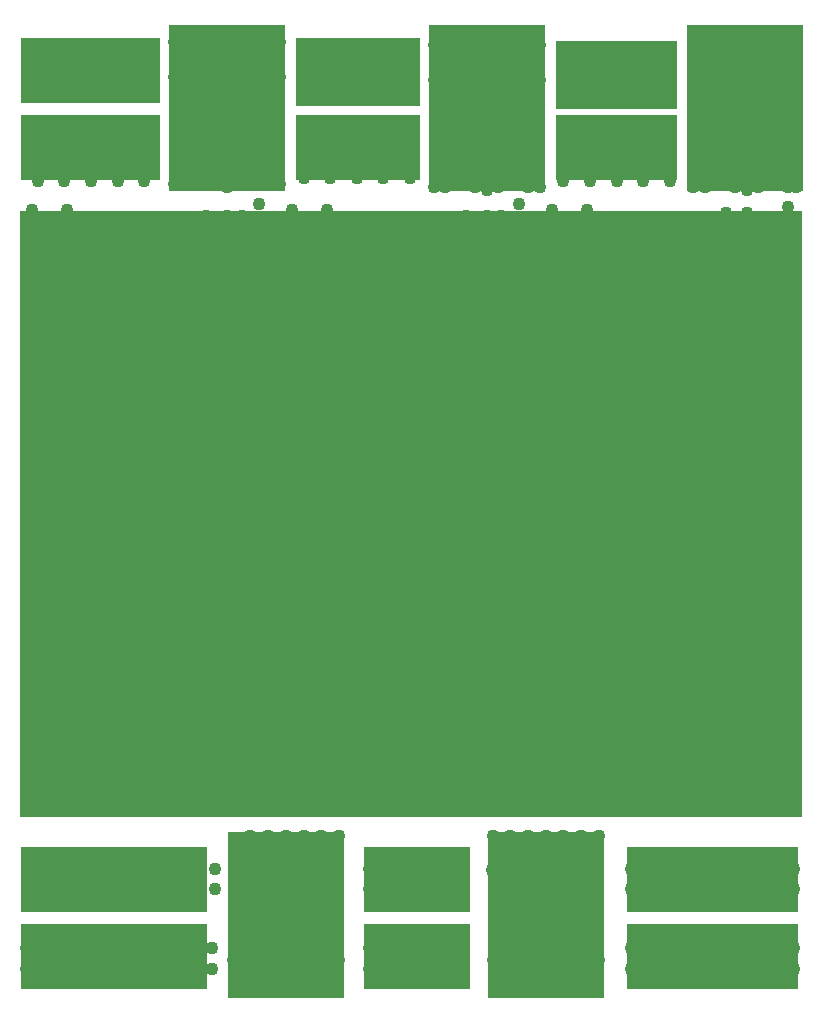
<source format=gbs>
G04*
G04 #@! TF.GenerationSoftware,Altium Limited,Altium Designer,18.0.12 (696)*
G04*
G04 Layer_Color=16711935*
%FSLAX25Y25*%
%MOIN*%
G70*
G01*
G75*
%ADD24R,0.06706X0.06706*%
%ADD25C,0.06706*%
%ADD26R,0.38800X0.55800*%
%ADD27C,0.00800*%
%ADD28C,0.04300*%
%ADD82R,2.60630X2.02362*%
G36*
X635236Y128347D02*
X578150D01*
Y150000D01*
X635236D01*
Y128347D01*
D02*
G37*
G36*
X525984D02*
X490551D01*
Y150000D01*
X525984D01*
Y128347D01*
D02*
G37*
G36*
X438386D02*
X376378D01*
Y150000D01*
X438386D01*
Y128347D01*
D02*
G37*
G36*
X635236Y102756D02*
X578150D01*
Y124409D01*
X635236D01*
Y102756D01*
D02*
G37*
G36*
X525984D02*
X490551D01*
Y124409D01*
X525984D01*
Y102756D01*
D02*
G37*
G36*
X438386D02*
X376378D01*
Y124409D01*
X438386D01*
Y102756D01*
D02*
G37*
G36*
X422638Y398031D02*
X376378D01*
X376378Y419685D01*
X422638D01*
X422638Y398031D01*
D02*
G37*
G36*
X509252Y397047D02*
X467913Y397047D01*
X467913Y419685D01*
X509252Y419685D01*
X509252Y397047D01*
D02*
G37*
G36*
X594882Y396063D02*
X554528Y396063D01*
X554528Y418701D01*
X594882Y418701D01*
X594882Y396063D01*
D02*
G37*
G36*
Y372441D02*
X554528D01*
Y394094D01*
X594882D01*
Y372441D01*
D02*
G37*
G36*
X509252D02*
X467913D01*
Y394094D01*
X509252D01*
Y372441D01*
D02*
G37*
G36*
X422638D02*
X376378D01*
Y394094D01*
X422638D01*
Y372441D01*
D02*
G37*
D24*
X551181Y165748D02*
D03*
D25*
X561181D02*
D03*
X488189Y405512D02*
D03*
Y385827D02*
D03*
X399606Y405512D02*
D03*
Y385827D02*
D03*
X614173Y135827D02*
D03*
Y116142D02*
D03*
X507874Y135827D02*
D03*
Y116142D02*
D03*
X574803Y405512D02*
D03*
Y385827D02*
D03*
X399606Y135827D02*
D03*
Y116142D02*
D03*
D26*
X464567Y127327D02*
D03*
X551181D02*
D03*
X531496Y396295D02*
D03*
X617717D02*
D03*
X444882D02*
D03*
D27*
X555118Y200787D02*
D03*
Y291339D02*
D03*
X468504D02*
D03*
Y200787D02*
D03*
D28*
X634646Y370079D02*
D03*
Y417323D02*
D03*
Y405905D02*
D03*
X603346Y403543D02*
D03*
X609252D02*
D03*
X632874D02*
D03*
X626968D02*
D03*
X453740Y404528D02*
D03*
X430118D02*
D03*
X436024D02*
D03*
X459646D02*
D03*
X447835D02*
D03*
X441929D02*
D03*
X540354Y403543D02*
D03*
X522638D02*
D03*
X516732D02*
D03*
X546260Y395669D02*
D03*
Y403543D02*
D03*
X528543Y404528D02*
D03*
X534449Y403543D02*
D03*
X621063D02*
D03*
X615158Y404528D02*
D03*
X634842Y387795D02*
D03*
X631890D02*
D03*
X618110Y369094D02*
D03*
X531496D02*
D03*
X444882Y370079D02*
D03*
X458661Y371063D02*
D03*
X431102D02*
D03*
X440945D02*
D03*
X448819D02*
D03*
X517717Y370079D02*
D03*
X545276D02*
D03*
X527559D02*
D03*
X535433D02*
D03*
X604331D02*
D03*
X631890D02*
D03*
X614173D02*
D03*
X622047D02*
D03*
X602362Y393701D02*
D03*
X600394Y390748D02*
D03*
X602362Y379921D02*
D03*
X600394Y386811D02*
D03*
Y382874D02*
D03*
X604331Y390748D02*
D03*
Y382874D02*
D03*
Y386811D02*
D03*
X632874Y394685D02*
D03*
Y380906D02*
D03*
X634842Y391732D02*
D03*
X630905D02*
D03*
X634842Y383858D02*
D03*
X630905D02*
D03*
X516732Y380906D02*
D03*
Y394685D02*
D03*
X546260Y381890D02*
D03*
X548495Y384569D02*
D03*
X548228Y388779D02*
D03*
Y392717D02*
D03*
X544291D02*
D03*
Y384842D02*
D03*
Y388779D02*
D03*
X514764Y391732D02*
D03*
Y383858D02*
D03*
Y387795D02*
D03*
X518701Y383858D02*
D03*
Y391732D02*
D03*
Y387795D02*
D03*
X459646Y395669D02*
D03*
Y381890D02*
D03*
X430118Y395669D02*
D03*
Y381890D02*
D03*
X428150Y384842D02*
D03*
Y388779D02*
D03*
Y392717D02*
D03*
X432087D02*
D03*
Y384842D02*
D03*
Y388779D02*
D03*
X457677Y392717D02*
D03*
X461614D02*
D03*
X457677Y388779D02*
D03*
X461614D02*
D03*
Y384842D02*
D03*
X457677D02*
D03*
X533400Y142300D02*
D03*
X534800Y135400D02*
D03*
X536700Y143600D02*
D03*
X535400Y139400D02*
D03*
X567500Y136400D02*
D03*
X568600Y143300D02*
D03*
X565000Y144100D02*
D03*
X566700Y140200D02*
D03*
X543100Y146100D02*
D03*
X558700Y146400D02*
D03*
X561400Y144100D02*
D03*
X563100Y141000D02*
D03*
X564000Y137500D02*
D03*
X564100Y134200D02*
D03*
X563100Y130700D02*
D03*
X561200Y127500D02*
D03*
X559000Y125100D02*
D03*
X555900Y123400D02*
D03*
X552200Y122900D02*
D03*
X548500D02*
D03*
X545400Y124100D02*
D03*
X542800Y125700D02*
D03*
X540600Y127900D02*
D03*
X538900Y130900D02*
D03*
X540400Y143800D02*
D03*
X538800Y140500D02*
D03*
X538100Y137000D02*
D03*
X448900Y138000D02*
D03*
X449800Y142000D02*
D03*
X479100Y142800D02*
D03*
X480500Y138600D02*
D03*
X480100Y134300D02*
D03*
X475500Y143100D02*
D03*
X477000Y140000D02*
D03*
X477600Y136400D02*
D03*
X448300Y133900D02*
D03*
X453300Y142200D02*
D03*
X452000Y138900D02*
D03*
X455400Y126400D02*
D03*
X453100Y129400D02*
D03*
X464400Y122400D02*
D03*
X460900Y123100D02*
D03*
X458000Y124400D02*
D03*
X451500Y132300D02*
D03*
Y135700D02*
D03*
X476000Y129500D02*
D03*
X473600Y126500D02*
D03*
X470600Y124300D02*
D03*
X467600Y123000D02*
D03*
X477300Y132600D02*
D03*
X538000Y133800D02*
D03*
X558071Y225394D02*
D03*
Y230315D02*
D03*
Y235236D02*
D03*
X471457Y225394D02*
D03*
Y230315D02*
D03*
Y235236D02*
D03*
X384842Y225394D02*
D03*
Y230315D02*
D03*
Y235236D02*
D03*
X524606Y337598D02*
D03*
X531496D02*
D03*
Y344488D02*
D03*
X524606D02*
D03*
X531496Y352362D02*
D03*
Y360236D02*
D03*
X517717Y337598D02*
D03*
X524606Y352362D02*
D03*
Y360236D02*
D03*
X437992Y337598D02*
D03*
X444882D02*
D03*
Y344488D02*
D03*
X437992D02*
D03*
X444882Y352362D02*
D03*
Y360236D02*
D03*
X431102Y337598D02*
D03*
X437992Y352362D02*
D03*
Y360236D02*
D03*
X611221Y361221D02*
D03*
Y353346D02*
D03*
X604331Y338583D02*
D03*
X618110Y361221D02*
D03*
Y353346D02*
D03*
X611221Y345472D02*
D03*
X618110D02*
D03*
Y338583D02*
D03*
X611221D02*
D03*
X633858Y135827D02*
D03*
X625984D02*
D03*
X633858Y142717D02*
D03*
X625984D02*
D03*
X618110D02*
D03*
X603346Y135827D02*
D03*
X595472D02*
D03*
X587598D02*
D03*
X579724D02*
D03*
X603346Y142717D02*
D03*
X595472D02*
D03*
X587598D02*
D03*
X579724D02*
D03*
X611221D02*
D03*
X579724Y116142D02*
D03*
X587598D02*
D03*
X595472D02*
D03*
X603346D02*
D03*
X579724Y109252D02*
D03*
X587598D02*
D03*
X595472D02*
D03*
X603346D02*
D03*
X625984Y116142D02*
D03*
X633858D02*
D03*
X610236Y109252D02*
D03*
X618110D02*
D03*
X625984D02*
D03*
X633858D02*
D03*
X418307Y142717D02*
D03*
X378937D02*
D03*
X386811D02*
D03*
X394685D02*
D03*
X402559D02*
D03*
X410433D02*
D03*
X378937Y135827D02*
D03*
X386811D02*
D03*
X394685D02*
D03*
X410433D02*
D03*
X425197Y142717D02*
D03*
X433071D02*
D03*
X440945D02*
D03*
X492126D02*
D03*
X500000D02*
D03*
X507874D02*
D03*
X515748D02*
D03*
X417323Y135827D02*
D03*
X425197D02*
D03*
X433071D02*
D03*
X440945D02*
D03*
X492126D02*
D03*
X500000D02*
D03*
X515748D02*
D03*
X523622D02*
D03*
Y142717D02*
D03*
X523622Y116142D02*
D03*
Y109252D02*
D03*
X600394Y370079D02*
D03*
X612205Y405512D02*
D03*
X606299D02*
D03*
X600394D02*
D03*
X618110D02*
D03*
X624016D02*
D03*
Y417323D02*
D03*
X618110D02*
D03*
X612205D02*
D03*
X606299D02*
D03*
X600394D02*
D03*
X629921Y405512D02*
D03*
Y417323D02*
D03*
X549213Y370079D02*
D03*
X513779D02*
D03*
X525591Y405512D02*
D03*
X519685D02*
D03*
X513779D02*
D03*
X531496D02*
D03*
X537402D02*
D03*
Y417323D02*
D03*
X531496D02*
D03*
X525591D02*
D03*
X519685D02*
D03*
X513779D02*
D03*
X543307Y405512D02*
D03*
X549213D02*
D03*
X543307Y417323D02*
D03*
X549213D02*
D03*
X462598Y371063D02*
D03*
X427165D02*
D03*
X438976Y406496D02*
D03*
X433071D02*
D03*
X427165D02*
D03*
X444882D02*
D03*
X450787D02*
D03*
Y418307D02*
D03*
X444882D02*
D03*
X438976D02*
D03*
X433071D02*
D03*
X427165D02*
D03*
X456693Y406496D02*
D03*
X462598D02*
D03*
X456693Y418307D02*
D03*
X462598D02*
D03*
X399606Y378937D02*
D03*
X488189D02*
D03*
X557087Y385827D02*
D03*
X565945D02*
D03*
X592520D02*
D03*
X583661D02*
D03*
X505905D02*
D03*
X497047D02*
D03*
X470472D02*
D03*
X479331D02*
D03*
X381890D02*
D03*
X390748D02*
D03*
X417323D02*
D03*
X408465D02*
D03*
X592520Y372047D02*
D03*
X574803D02*
D03*
X557087D02*
D03*
X592520Y380906D02*
D03*
X574803Y377953D02*
D03*
X557087Y380906D02*
D03*
X583661D02*
D03*
X565945D02*
D03*
X583661Y372047D02*
D03*
X565945D02*
D03*
X505905Y373031D02*
D03*
X488189D02*
D03*
X470472D02*
D03*
X505905Y381890D02*
D03*
X470472D02*
D03*
X497047D02*
D03*
X479331D02*
D03*
X497047Y373031D02*
D03*
X479331D02*
D03*
X417323Y372047D02*
D03*
X399606D02*
D03*
X381890D02*
D03*
X417323Y380906D02*
D03*
X381890D02*
D03*
X408465D02*
D03*
X390748D02*
D03*
X408465Y372047D02*
D03*
X390748D02*
D03*
X592520Y405512D02*
D03*
X557087D02*
D03*
Y414370D02*
D03*
X574803D02*
D03*
X592520D02*
D03*
X583661Y405512D02*
D03*
X565945D02*
D03*
X583661Y414370D02*
D03*
X565945D02*
D03*
X505905Y405512D02*
D03*
X470472D02*
D03*
Y414370D02*
D03*
X488189D02*
D03*
X505905D02*
D03*
X497047Y405512D02*
D03*
X479331D02*
D03*
X497047Y414370D02*
D03*
X479331D02*
D03*
X390748D02*
D03*
X408465D02*
D03*
X390748Y405512D02*
D03*
X408465D02*
D03*
X417323Y414370D02*
D03*
X399606D02*
D03*
X381890D02*
D03*
X515748Y109252D02*
D03*
X507874D02*
D03*
X500000D02*
D03*
X492126D02*
D03*
X439961D02*
D03*
X432087D02*
D03*
X424213D02*
D03*
X416339D02*
D03*
X515748Y116142D02*
D03*
X500000D02*
D03*
X492126D02*
D03*
X439961D02*
D03*
X432087D02*
D03*
X424213D02*
D03*
X409449Y109252D02*
D03*
X401575D02*
D03*
X393701D02*
D03*
X385827D02*
D03*
X377953D02*
D03*
X409449Y116142D02*
D03*
X393701D02*
D03*
X385827D02*
D03*
X377953D02*
D03*
X417323D02*
D03*
X381890Y405512D02*
D03*
X417323D02*
D03*
X631890Y268701D02*
D03*
Y363189D02*
D03*
Y355315D02*
D03*
Y347441D02*
D03*
Y339567D02*
D03*
Y331693D02*
D03*
Y323819D02*
D03*
Y315945D02*
D03*
Y308071D02*
D03*
Y300197D02*
D03*
Y292323D02*
D03*
Y284449D02*
D03*
Y276575D02*
D03*
X625984Y359252D02*
D03*
Y351378D02*
D03*
Y343504D02*
D03*
Y335630D02*
D03*
Y327756D02*
D03*
Y319882D02*
D03*
Y312008D02*
D03*
Y304134D02*
D03*
Y296260D02*
D03*
Y288386D02*
D03*
Y280512D02*
D03*
Y272638D02*
D03*
X631890Y261811D02*
D03*
Y253937D02*
D03*
Y246063D02*
D03*
Y238189D02*
D03*
Y230315D02*
D03*
Y222441D02*
D03*
Y214567D02*
D03*
Y206693D02*
D03*
Y198819D02*
D03*
Y190945D02*
D03*
Y183071D02*
D03*
Y175197D02*
D03*
Y167323D02*
D03*
X625984Y265748D02*
D03*
Y257874D02*
D03*
Y250000D02*
D03*
Y242126D02*
D03*
Y234252D02*
D03*
Y226378D02*
D03*
Y218504D02*
D03*
Y210630D02*
D03*
Y202756D02*
D03*
Y194882D02*
D03*
Y187008D02*
D03*
Y179134D02*
D03*
Y171260D02*
D03*
X542323Y269685D02*
D03*
Y364173D02*
D03*
Y356299D02*
D03*
Y348425D02*
D03*
Y340551D02*
D03*
Y332677D02*
D03*
Y324803D02*
D03*
Y316929D02*
D03*
Y309055D02*
D03*
Y301181D02*
D03*
Y277559D02*
D03*
X536417Y360236D02*
D03*
Y352362D02*
D03*
Y344488D02*
D03*
Y336614D02*
D03*
Y328740D02*
D03*
Y320866D02*
D03*
Y312992D02*
D03*
Y305118D02*
D03*
Y281496D02*
D03*
Y273622D02*
D03*
X542323Y262795D02*
D03*
Y254921D02*
D03*
Y239173D02*
D03*
Y231299D02*
D03*
Y223425D02*
D03*
Y215551D02*
D03*
Y207677D02*
D03*
Y199803D02*
D03*
Y191929D02*
D03*
Y184055D02*
D03*
Y176181D02*
D03*
Y168307D02*
D03*
X536417Y266732D02*
D03*
Y258858D02*
D03*
Y243110D02*
D03*
Y235236D02*
D03*
Y227362D02*
D03*
Y219488D02*
D03*
Y211614D02*
D03*
Y203740D02*
D03*
Y195866D02*
D03*
Y187992D02*
D03*
Y180118D02*
D03*
Y172244D02*
D03*
X449803D02*
D03*
Y180118D02*
D03*
Y187992D02*
D03*
Y195866D02*
D03*
Y203740D02*
D03*
Y211614D02*
D03*
Y219488D02*
D03*
Y227362D02*
D03*
Y235236D02*
D03*
Y243110D02*
D03*
Y258858D02*
D03*
Y266732D02*
D03*
X455709Y168307D02*
D03*
Y176181D02*
D03*
Y184055D02*
D03*
Y191929D02*
D03*
Y199803D02*
D03*
Y207677D02*
D03*
Y215551D02*
D03*
Y223425D02*
D03*
Y231299D02*
D03*
Y239173D02*
D03*
Y254921D02*
D03*
Y262795D02*
D03*
X449803Y273622D02*
D03*
Y281496D02*
D03*
Y305118D02*
D03*
Y312992D02*
D03*
Y320866D02*
D03*
Y328740D02*
D03*
Y336614D02*
D03*
Y344488D02*
D03*
Y352362D02*
D03*
Y360236D02*
D03*
X455709Y277559D02*
D03*
Y301181D02*
D03*
Y309055D02*
D03*
Y316929D02*
D03*
Y324803D02*
D03*
Y332677D02*
D03*
Y340551D02*
D03*
Y348425D02*
D03*
Y356299D02*
D03*
Y364173D02*
D03*
Y269685D02*
D03*
X553150Y259842D02*
D03*
Y267717D02*
D03*
Y275590D02*
D03*
Y307087D02*
D03*
Y314961D02*
D03*
Y322835D02*
D03*
Y330709D02*
D03*
Y338583D02*
D03*
Y346457D02*
D03*
Y354331D02*
D03*
Y362205D02*
D03*
X559055Y263779D02*
D03*
Y271654D02*
D03*
Y279528D02*
D03*
Y303150D02*
D03*
Y311024D02*
D03*
Y318898D02*
D03*
Y326772D02*
D03*
Y334646D02*
D03*
Y342520D02*
D03*
Y350394D02*
D03*
Y358268D02*
D03*
X564961Y362205D02*
D03*
Y354331D02*
D03*
Y346457D02*
D03*
Y338583D02*
D03*
Y330709D02*
D03*
Y322835D02*
D03*
Y314961D02*
D03*
Y307087D02*
D03*
Y299213D02*
D03*
Y291339D02*
D03*
Y283465D02*
D03*
Y275590D02*
D03*
Y267717D02*
D03*
Y259842D02*
D03*
X559055Y255906D02*
D03*
X478346Y362205D02*
D03*
X466535D02*
D03*
Y259842D02*
D03*
Y267717D02*
D03*
Y275590D02*
D03*
Y307087D02*
D03*
Y314961D02*
D03*
Y322835D02*
D03*
Y330709D02*
D03*
Y338583D02*
D03*
Y346457D02*
D03*
Y354331D02*
D03*
X472441Y263779D02*
D03*
Y271654D02*
D03*
Y279528D02*
D03*
Y303150D02*
D03*
Y311024D02*
D03*
Y318898D02*
D03*
Y326772D02*
D03*
Y334646D02*
D03*
Y342520D02*
D03*
Y350394D02*
D03*
Y358268D02*
D03*
X478346Y354331D02*
D03*
Y346457D02*
D03*
Y338583D02*
D03*
Y330709D02*
D03*
Y322835D02*
D03*
Y314961D02*
D03*
Y307087D02*
D03*
Y299213D02*
D03*
Y291339D02*
D03*
Y283465D02*
D03*
Y275590D02*
D03*
Y267717D02*
D03*
Y259842D02*
D03*
X472441Y255906D02*
D03*
X604800Y194100D02*
D03*
Y184600D02*
D03*
Y175100D02*
D03*
Y165500D02*
D03*
X518200Y165600D02*
D03*
X518100Y174900D02*
D03*
X518200Y184500D02*
D03*
X518100Y194100D02*
D03*
X431600Y214800D02*
D03*
Y224900D02*
D03*
X431400Y234200D02*
D03*
Y243500D02*
D03*
X431600Y165800D02*
D03*
Y175600D02*
D03*
Y184600D02*
D03*
Y194100D02*
D03*
X518200Y215100D02*
D03*
Y224700D02*
D03*
Y233900D02*
D03*
Y243400D02*
D03*
X604800Y224600D02*
D03*
Y215100D02*
D03*
Y234200D02*
D03*
Y242900D02*
D03*
X580709Y190945D02*
D03*
Y163386D02*
D03*
X593504Y177165D02*
D03*
Y170276D02*
D03*
Y184055D02*
D03*
Y190945D02*
D03*
Y163386D02*
D03*
X587598Y170276D02*
D03*
Y177165D02*
D03*
Y184055D02*
D03*
Y190945D02*
D03*
Y163386D02*
D03*
X580709Y170276D02*
D03*
Y177165D02*
D03*
Y184055D02*
D03*
X573819D02*
D03*
Y177165D02*
D03*
Y170276D02*
D03*
Y190945D02*
D03*
Y163386D02*
D03*
X606299Y301181D02*
D03*
Y328740D02*
D03*
X593504Y314961D02*
D03*
Y321850D02*
D03*
Y308071D02*
D03*
Y301181D02*
D03*
Y328740D02*
D03*
X599409Y321850D02*
D03*
Y314961D02*
D03*
Y308071D02*
D03*
Y301181D02*
D03*
Y328740D02*
D03*
X606299Y321850D02*
D03*
Y314961D02*
D03*
Y308071D02*
D03*
X613189D02*
D03*
Y314961D02*
D03*
Y321850D02*
D03*
Y301181D02*
D03*
Y328740D02*
D03*
X580709Y238189D02*
D03*
Y210630D02*
D03*
X593504Y224410D02*
D03*
Y217520D02*
D03*
Y231299D02*
D03*
Y238189D02*
D03*
Y210630D02*
D03*
X587598Y217520D02*
D03*
Y224410D02*
D03*
Y231299D02*
D03*
Y238189D02*
D03*
Y210630D02*
D03*
X580709Y217520D02*
D03*
Y224410D02*
D03*
Y231299D02*
D03*
X573819D02*
D03*
Y224410D02*
D03*
Y217520D02*
D03*
Y238189D02*
D03*
Y210630D02*
D03*
X606299Y253937D02*
D03*
Y281496D02*
D03*
X593504Y267717D02*
D03*
Y274606D02*
D03*
Y260827D02*
D03*
Y253937D02*
D03*
Y281496D02*
D03*
X599409Y274606D02*
D03*
Y267717D02*
D03*
Y260827D02*
D03*
Y253937D02*
D03*
Y281496D02*
D03*
X606299Y274606D02*
D03*
Y267717D02*
D03*
Y260827D02*
D03*
X613189D02*
D03*
Y267717D02*
D03*
Y274606D02*
D03*
Y253937D02*
D03*
Y281496D02*
D03*
X494095Y190945D02*
D03*
Y163386D02*
D03*
X506890Y177165D02*
D03*
Y170276D02*
D03*
Y184055D02*
D03*
Y190945D02*
D03*
Y163386D02*
D03*
X500984Y170276D02*
D03*
Y177165D02*
D03*
Y184055D02*
D03*
Y190945D02*
D03*
Y163386D02*
D03*
X494095Y170276D02*
D03*
Y177165D02*
D03*
Y184055D02*
D03*
X487205D02*
D03*
Y177165D02*
D03*
Y170276D02*
D03*
Y190945D02*
D03*
Y163386D02*
D03*
X519685Y301181D02*
D03*
Y328740D02*
D03*
X506890Y314961D02*
D03*
Y321850D02*
D03*
Y308071D02*
D03*
Y301181D02*
D03*
Y328740D02*
D03*
X512795Y321850D02*
D03*
Y314961D02*
D03*
Y308071D02*
D03*
Y301181D02*
D03*
Y328740D02*
D03*
X519685Y321850D02*
D03*
Y314961D02*
D03*
Y308071D02*
D03*
X526575D02*
D03*
Y314961D02*
D03*
Y321850D02*
D03*
Y301181D02*
D03*
Y328740D02*
D03*
X494095Y238189D02*
D03*
Y210630D02*
D03*
X506890Y224410D02*
D03*
Y217520D02*
D03*
Y231299D02*
D03*
Y238189D02*
D03*
Y210630D02*
D03*
X500984Y217520D02*
D03*
Y224409D02*
D03*
Y231299D02*
D03*
Y238189D02*
D03*
Y210630D02*
D03*
X494095Y217520D02*
D03*
Y224409D02*
D03*
Y231299D02*
D03*
X487205D02*
D03*
Y224409D02*
D03*
Y217520D02*
D03*
Y238189D02*
D03*
Y210630D02*
D03*
X519685Y253937D02*
D03*
Y281496D02*
D03*
X506890Y267717D02*
D03*
Y274606D02*
D03*
Y260827D02*
D03*
Y253937D02*
D03*
Y281496D02*
D03*
X512795Y274606D02*
D03*
Y267717D02*
D03*
Y260827D02*
D03*
Y253937D02*
D03*
Y281496D02*
D03*
X519685Y274606D02*
D03*
Y267717D02*
D03*
Y260827D02*
D03*
X526575D02*
D03*
Y267717D02*
D03*
Y274606D02*
D03*
Y253937D02*
D03*
Y281496D02*
D03*
X407480Y190945D02*
D03*
Y163386D02*
D03*
X420276Y177165D02*
D03*
Y170276D02*
D03*
Y184055D02*
D03*
Y190945D02*
D03*
Y163386D02*
D03*
X414370Y170276D02*
D03*
Y177165D02*
D03*
Y184055D02*
D03*
Y190945D02*
D03*
Y163386D02*
D03*
X407480Y170276D02*
D03*
Y177165D02*
D03*
Y184055D02*
D03*
X400591D02*
D03*
Y177165D02*
D03*
Y170276D02*
D03*
Y190945D02*
D03*
Y163386D02*
D03*
X433071Y301181D02*
D03*
Y328740D02*
D03*
X420276Y314961D02*
D03*
Y321850D02*
D03*
Y308071D02*
D03*
Y301181D02*
D03*
Y328740D02*
D03*
X426181Y321850D02*
D03*
Y314961D02*
D03*
Y308071D02*
D03*
Y301181D02*
D03*
Y328740D02*
D03*
X433071Y321850D02*
D03*
Y314961D02*
D03*
Y308071D02*
D03*
X439961D02*
D03*
Y314961D02*
D03*
Y321850D02*
D03*
Y301181D02*
D03*
Y328740D02*
D03*
X407480Y238189D02*
D03*
Y210630D02*
D03*
X420276Y224410D02*
D03*
Y217520D02*
D03*
Y231299D02*
D03*
Y238189D02*
D03*
Y210630D02*
D03*
X414370Y217520D02*
D03*
Y224410D02*
D03*
Y231299D02*
D03*
Y238189D02*
D03*
Y210630D02*
D03*
X407480Y217520D02*
D03*
Y224410D02*
D03*
Y231299D02*
D03*
X400591D02*
D03*
Y224410D02*
D03*
Y217520D02*
D03*
Y238189D02*
D03*
Y210630D02*
D03*
X433071Y253937D02*
D03*
Y281496D02*
D03*
X420276Y267717D02*
D03*
Y274606D02*
D03*
Y260827D02*
D03*
Y253937D02*
D03*
Y281496D02*
D03*
X426181Y274606D02*
D03*
Y267717D02*
D03*
Y260827D02*
D03*
Y253937D02*
D03*
Y281496D02*
D03*
X433071Y274606D02*
D03*
Y267717D02*
D03*
Y260827D02*
D03*
X439961D02*
D03*
Y267717D02*
D03*
Y274606D02*
D03*
Y253937D02*
D03*
Y281496D02*
D03*
X474409Y102362D02*
D03*
X480315D02*
D03*
X468504D02*
D03*
X462598D02*
D03*
X456693D02*
D03*
X450787D02*
D03*
X446850Y112205D02*
D03*
X452756D02*
D03*
X458661D02*
D03*
X464567D02*
D03*
X470472D02*
D03*
X482283D02*
D03*
X476378D02*
D03*
X482283Y153543D02*
D03*
X476378D02*
D03*
X470472D02*
D03*
X464567D02*
D03*
X458661D02*
D03*
X452756D02*
D03*
X566929Y102362D02*
D03*
X561024D02*
D03*
X555118D02*
D03*
X549213D02*
D03*
X543307D02*
D03*
X537402D02*
D03*
X551181Y112205D02*
D03*
X539370D02*
D03*
X533465D02*
D03*
X545276D02*
D03*
X557087D02*
D03*
X562992D02*
D03*
X568898D02*
D03*
Y153543D02*
D03*
X562992D02*
D03*
X557087D02*
D03*
X551181D02*
D03*
X545276D02*
D03*
X539370D02*
D03*
X533465D02*
D03*
X385827Y255906D02*
D03*
X391732Y259842D02*
D03*
Y267717D02*
D03*
Y275590D02*
D03*
Y283465D02*
D03*
Y291339D02*
D03*
Y299213D02*
D03*
Y307087D02*
D03*
Y314961D02*
D03*
Y322835D02*
D03*
Y330709D02*
D03*
Y338583D02*
D03*
Y346457D02*
D03*
Y354331D02*
D03*
Y362205D02*
D03*
X385827Y358268D02*
D03*
Y350394D02*
D03*
Y342520D02*
D03*
Y334646D02*
D03*
Y326772D02*
D03*
Y318898D02*
D03*
Y311024D02*
D03*
Y303150D02*
D03*
Y295276D02*
D03*
Y287402D02*
D03*
Y279528D02*
D03*
Y271654D02*
D03*
Y263779D02*
D03*
X379921Y362205D02*
D03*
Y354331D02*
D03*
Y346457D02*
D03*
Y338583D02*
D03*
Y330709D02*
D03*
Y322835D02*
D03*
Y314961D02*
D03*
Y307087D02*
D03*
Y299213D02*
D03*
Y291339D02*
D03*
Y283465D02*
D03*
Y275590D02*
D03*
Y267717D02*
D03*
Y259842D02*
D03*
X408465Y248031D02*
D03*
X495079Y257874D02*
D03*
Y248031D02*
D03*
X581693D02*
D03*
Y277559D02*
D03*
Y267717D02*
D03*
Y257874D02*
D03*
X408465Y277559D02*
D03*
Y267717D02*
D03*
Y257874D02*
D03*
X495079Y277559D02*
D03*
Y267717D02*
D03*
D82*
X506299Y261024D02*
D03*
M02*

</source>
